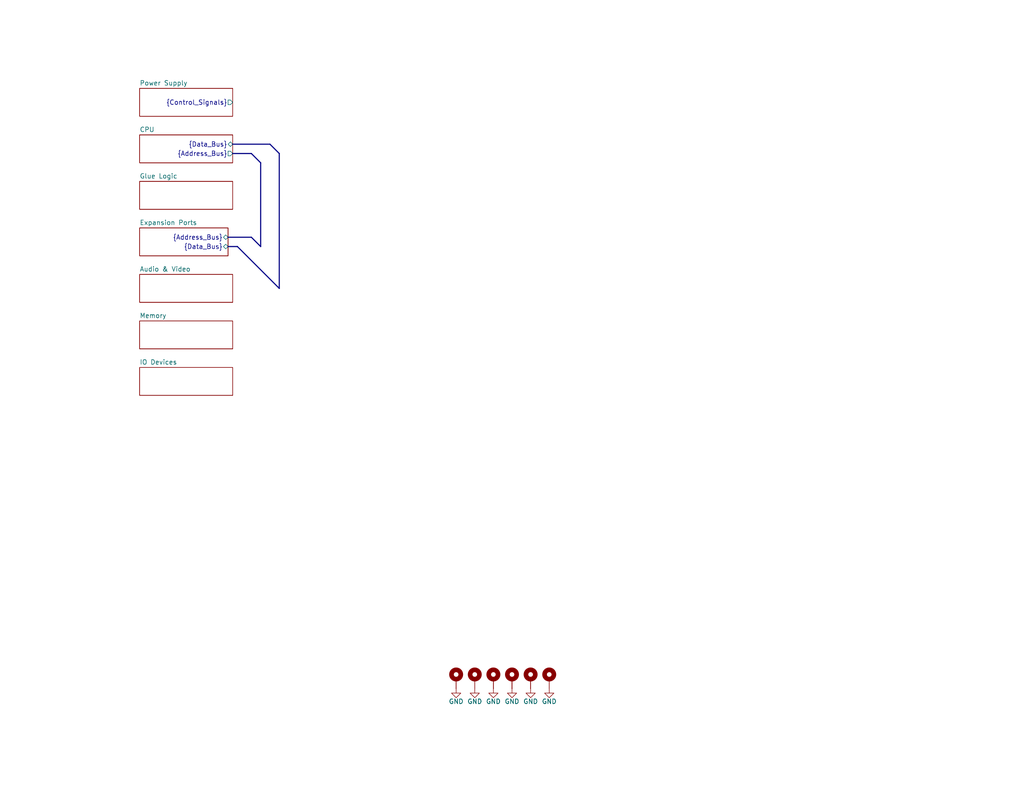
<source format=kicad_sch>
(kicad_sch (version 20231120) (generator "eeschema") (generator_version "8.0")
  (paper "A")
  (title_block (title "Sentinel 65X") (date "2024-05-24") (rev "5") (company "Studio 8502"))
  (lib_symbols
    (symbol "Mechanical:MountingHole_Pad" (pin_numbers hide) (pin_names (offset 1.016) hide) (exclude_from_sim yes) (in_bom no)
      (property "Reference" "H" (at 0 6.35 0))
      (property "Value" "MountingHole_Pad" (at 0 4.445 0))
      (symbol "MountingHole_Pad_0_1"
        (circle (center 0 1.27) (radius 1.27) (stroke (width 1.27)))
      )
      (symbol "MountingHole_Pad_1_1"
        (pin input line (at 0 -2.54 90) (length 2.54) (name "1") (number "1"))
      )
    )
    (symbol "power:GND" (power) (pin_numbers hide) (pin_names (offset 0) hide)
      (property "Value" "GND" (at 0 -3.81 0))
      (symbol "GND_0_1"
        (polyline (pts (xy 0 0) (xy 0 -1.27) (xy 1.27 -1.27) (xy 0 -2.54) (xy -1.27 -1.27) (xy 0 -1.27)))
      )
      (symbol "GND_1_1"
        (pin power_in line (at 0 0 270) (length 0) (name "~") (number "1"))
      )
    )
  )
  (bus_alias "Address_Bus" (members "A[0..23]"))
  (bus_alias "Data_Bus" (members "D[0..7]"))
  (bus (pts (xy 76.2 41.91) (xy 76.2 78.74)))
  (bus (pts (xy 71.12 67.31) (xy 68.58 64.77)))
  (bus (pts (xy 71.12 44.45) (xy 71.12 67.31)))
  (bus (pts (xy 63.5 41.91) (xy 68.58 41.91)))
  (bus (pts (xy 62.23 67.31) (xy 64.77 67.31)))
  (bus (pts (xy 64.77 67.31) (xy 76.2 78.74)))
  (bus (pts (xy 68.58 41.91) (xy 71.12 44.45)))
  (bus (pts (xy 62.23 64.77) (xy 68.58 64.77)))
  (bus (pts (xy 76.2 41.91) (xy 73.66 39.37)))
  (bus (pts (xy 63.5 39.37) (xy 73.66 39.37)))
  (symbol (lib_id "Mechanical:MountingHole_Pad") (at 134.62 185.42 0) (unit 1) (exclude_from_sim yes) (in_bom no)
    (property "Reference" "H4" (effects (hide yes)))
    (property "Value" "MountingHole_Pad" (effects (hide yes)))
    (property "Footprint" "MountingHole:MountingHole_3.2mm_M3_DIN965_Pad" (effects (hide yes)))
    (property "Description" "Mounting Hole with connection" (effects (hide yes)))
  )
  (symbol (lib_id "Mechanical:MountingHole_Pad") (at 139.7 185.42 0) (unit 1) (exclude_from_sim yes) (in_bom no)
    (property "Reference" "H3" (effects (hide yes)))
    (property "Value" "MountingHole_Pad" (effects (hide yes)))
    (property "Footprint" "MountingHole:MountingHole_3.2mm_M3_DIN965_Pad" (effects (hide yes)))
    (property "Description" "Mounting Hole with connection" (effects (hide yes)))
  )
  (symbol (lib_id "power:GND") (at 124.46 187.96 0) (unit 1)
    (property "Reference" "#PWR011" (effects (hide yes)))
    (property "Value" "GND" (at 124.46 191.516 0))
    (property "Description" "Power symbol creates a global label with name \"GND\" , ground" (effects (hide yes)))
  )
  (symbol (lib_id "power:GND") (at 129.54 187.96 0) (unit 1)
    (property "Reference" "#PWR010" (effects (hide yes)))
    (property "Value" "GND" (at 129.54 191.516 0))
    (property "Description" "Power symbol creates a global label with name \"GND\" , ground" (effects (hide yes)))
  )
  (symbol (lib_id "Mechanical:MountingHole_Pad") (at 124.46 185.42 0) (unit 1) (exclude_from_sim yes) (in_bom no)
    (property "Reference" "H6" (effects (hide yes)))
    (property "Value" "MountingHole_Pad" (effects (hide yes)))
    (property "Footprint" "MountingHole:MountingHole_3.2mm_M3_DIN965_Pad" (effects (hide yes)))
    (property "Description" "Mounting Hole with connection" (effects (hide yes)))
  )
  (symbol (lib_id "power:GND") (at 149.86 187.96 0) (unit 1)
    (property "Reference" "#PWR06" (effects (hide yes)))
    (property "Value" "GND" (at 149.86 191.516 0))
    (property "Description" "Power symbol creates a global label with name \"GND\" , ground" (effects (hide yes)))
  )
  (symbol (lib_id "power:GND") (at 134.62 187.96 0) (unit 1)
    (property "Reference" "#PWR09" (effects (hide yes)))
    (property "Value" "GND" (at 134.62 191.516 0))
    (property "Description" "Power symbol creates a global label with name \"GND\" , ground" (effects (hide yes)))
  )
  (symbol (lib_id "power:GND") (at 139.7 187.96 0) (unit 1)
    (property "Reference" "#PWR08" (effects (hide yes)))
    (property "Value" "GND" (at 139.7 191.516 0))
    (property "Description" "Power symbol creates a global label with name \"GND\" , ground" (effects (hide yes)))
  )
  (symbol (lib_id "Mechanical:MountingHole_Pad") (at 129.54 185.42 0) (unit 1) (exclude_from_sim yes) (in_bom no)
    (property "Reference" "H5" (effects (hide yes)))
    (property "Value" "MountingHole_Pad" (effects (hide yes)))
    (property "Footprint" "MountingHole:MountingHole_3.2mm_M3_DIN965_Pad" (effects (hide yes)))
    (property "Description" "Mounting Hole with connection" (effects (hide yes)))
  )
  (symbol (lib_id "power:GND") (at 144.78 187.96 0) (unit 1)
    (property "Reference" "#PWR07" (effects (hide yes)))
    (property "Value" "GND" (at 144.78 191.516 0))
    (property "Description" "Power symbol creates a global label with name \"GND\" , ground" (effects (hide yes)))
  )
  (symbol (lib_id "Mechanical:MountingHole_Pad") (at 144.78 185.42 0) (unit 1) (exclude_from_sim yes) (in_bom no)
    (property "Reference" "H2" (effects (hide yes)))
    (property "Value" "MountingHole_Pad" (effects (hide yes)))
    (property "Footprint" "MountingHole:MountingHole_3.2mm_M3_DIN965_Pad" (effects (hide yes)))
    (property "Description" "Mounting Hole with connection" (effects (hide yes)))
  )
  (symbol (lib_id "Mechanical:MountingHole_Pad") (at 149.86 185.42 0) (unit 1) (exclude_from_sim yes) (in_bom no)
    (property "Reference" "H1" (effects (hide yes)))
    (property "Value" "MountingHole_Pad" (effects (hide yes)))
    (property "Footprint" "MountingHole:MountingHole_3.2mm_M3_DIN965_Pad" (effects (hide yes)))
    (property "Description" "Mounting Hole with connection" (effects (hide yes)))
  )
  (sheet (at 38.1 87.63) (size 25.4 7.62) (stroke (width 0.1524))
    (property "Sheetname" "Memory" (at 38.1 86.9184 0) (effects (justify left bottom)))
    (property "Sheetfile" "Memory.kicad_sch" (effects (hide yes)))
  )
  (sheet (at 38.1 74.93) (size 25.4 7.62) (stroke (width 0.1524))
    (property "Sheetname" "Audio & Video" (at 38.1 74.2184 0) (effects (justify left bottom)))
    (property "Sheetfile" "Audio & Video.kicad_sch" (effects (hide yes)))
  )
  (sheet (at 38.1 49.53) (size 25.4 7.62) (stroke (width 0.1524))
    (property "Sheetname" "Glue Logic" (at 38.1 48.8184 0) (effects (justify left bottom)))
    (property "Sheetfile" "Glue Logic.kicad_sch" (effects (hide yes)))
  )
  (sheet (at 38.1 62.23) (size 24.13 7.62) (stroke (width 0.1524))
    (property "Sheetname" "Expansion Ports" (at 38.1 61.5184 0) (effects (justify left bottom)))
    (property "Sheetfile" "Expansion Ports.kicad_sch" (effects (hide yes)))
    (pin "{Address_Bus}" bidirectional (at 62.23 64.77 0))
    (pin "{Data_Bus}" bidirectional (at 62.23 67.31 0))
  )
  (sheet (at 38.1 100.33) (size 25.4 7.62) (stroke (width 0.1524))
    (property "Sheetname" "IO Devices" (at 38.1 99.6184 0) (effects (justify left bottom)))
    (property "Sheetfile" "IO Devices.kicad_sch" (effects (hide yes)))
  )
  (sheet (at 38.1 24.13) (size 25.4 7.62) (stroke (width 0.1524))
    (property "Sheetname" "Power Supply" (at 38.1 23.4184 0) (effects (justify left bottom)))
    (property "Sheetfile" "Power Supply.kicad_sch" (effects (hide yes)))
    (pin "{Control_Signals}" output (at 63.5 27.94 0))
  )
  (sheet (at 38.1 36.83) (size 25.4 7.62) (stroke (width 0.1524))
    (property "Sheetname" "CPU" (at 38.1 36.1184 0) (effects (justify left bottom)))
    (property "Sheetfile" "CPU.kicad_sch" (effects (hide yes)))
    (pin "{Address_Bus}" output (at 63.5 41.91 0))
    (pin "{Data_Bus}" bidirectional (at 63.5 39.37 0))
  )
)
</source>
